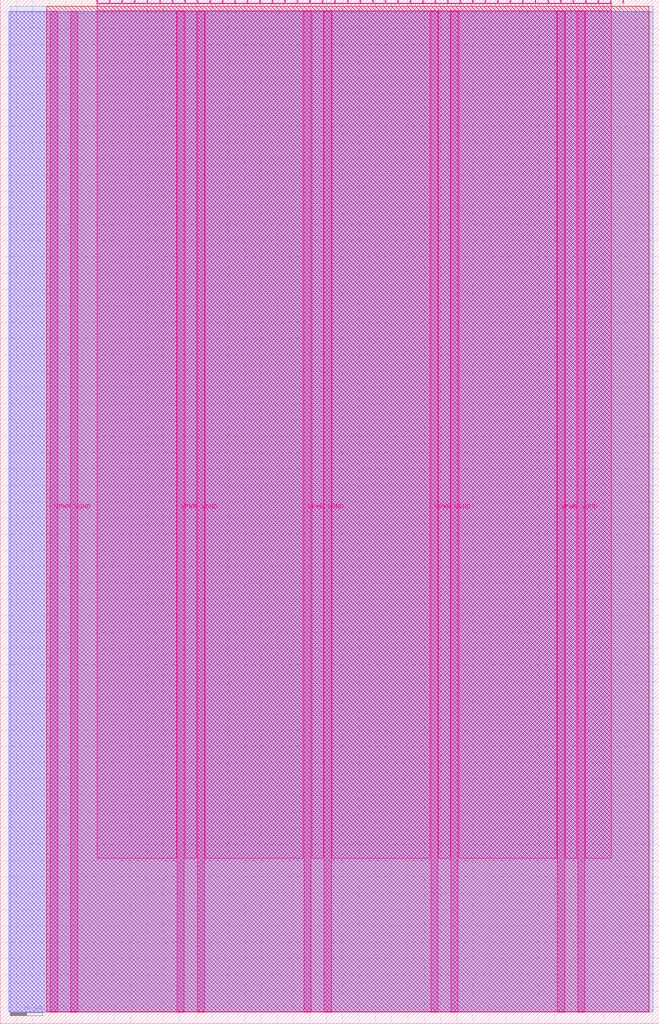
<source format=lef>
VERSION 5.7 ;
  NOWIREEXTENSIONATPIN ON ;
  DIVIDERCHAR "/" ;
  BUSBITCHARS "[]" ;
MACRO tt_um_algofoogle_fun_vga_clock
  CLASS BLOCK ;
  FOREIGN tt_um_algofoogle_fun_vga_clock ;
  ORIGIN 0.000 0.000 ;
  SIZE 202.080 BY 313.740 ;
  PIN VGND
    DIRECTION INOUT ;
    USE GROUND ;
    PORT
      LAYER Metal5 ;
        RECT 21.580 3.560 23.780 310.180 ;
    END
    PORT
      LAYER Metal5 ;
        RECT 60.450 3.560 62.650 310.180 ;
    END
    PORT
      LAYER Metal5 ;
        RECT 99.320 3.560 101.520 310.180 ;
    END
    PORT
      LAYER Metal5 ;
        RECT 138.190 3.560 140.390 310.180 ;
    END
    PORT
      LAYER Metal5 ;
        RECT 177.060 3.560 179.260 310.180 ;
    END
  END VGND
  PIN VPWR
    DIRECTION INOUT ;
    USE POWER ;
    PORT
      LAYER Metal5 ;
        RECT 15.380 3.560 17.580 310.180 ;
    END
    PORT
      LAYER Metal5 ;
        RECT 54.250 3.560 56.450 310.180 ;
    END
    PORT
      LAYER Metal5 ;
        RECT 93.120 3.560 95.320 310.180 ;
    END
    PORT
      LAYER Metal5 ;
        RECT 131.990 3.560 134.190 310.180 ;
    END
    PORT
      LAYER Metal5 ;
        RECT 170.860 3.560 173.060 310.180 ;
    END
  END VPWR
  PIN clk
    DIRECTION INPUT ;
    USE SIGNAL ;
    ANTENNAGATEAREA 1.430000 ;
    ANTENNADIFFAREA 4.030800 ;
    PORT
      LAYER Metal5 ;
        RECT 187.050 312.740 187.350 313.740 ;
    END
  END clk
  PIN ena
    DIRECTION INPUT ;
    USE SIGNAL ;
    PORT
      LAYER Metal5 ;
        RECT 190.890 312.740 191.190 313.740 ;
    END
  END ena
  PIN rst_n
    DIRECTION INPUT ;
    USE SIGNAL ;
    ANTENNAGATEAREA 2.646800 ;
    ANTENNADIFFAREA 8.061600 ;
    PORT
      LAYER Metal5 ;
        RECT 183.210 312.740 183.510 313.740 ;
    END
  END rst_n
  PIN ui_in[0]
    DIRECTION INPUT ;
    USE SIGNAL ;
    ANTENNAGATEAREA 0.213200 ;
    PORT
      LAYER Metal5 ;
        RECT 179.370 312.740 179.670 313.740 ;
    END
  END ui_in[0]
  PIN ui_in[1]
    DIRECTION INPUT ;
    USE SIGNAL ;
    ANTENNAGATEAREA 0.180700 ;
    PORT
      LAYER Metal5 ;
        RECT 175.530 312.740 175.830 313.740 ;
    END
  END ui_in[1]
  PIN ui_in[2]
    DIRECTION INPUT ;
    USE SIGNAL ;
    ANTENNAGATEAREA 0.180700 ;
    PORT
      LAYER Metal5 ;
        RECT 171.690 312.740 171.990 313.740 ;
    END
  END ui_in[2]
  PIN ui_in[3]
    DIRECTION INPUT ;
    USE SIGNAL ;
    ANTENNAGATEAREA 0.213200 ;
    PORT
      LAYER Metal5 ;
        RECT 167.850 312.740 168.150 313.740 ;
    END
  END ui_in[3]
  PIN ui_in[4]
    DIRECTION INPUT ;
    USE SIGNAL ;
    ANTENNAGATEAREA 0.213200 ;
    PORT
      LAYER Metal5 ;
        RECT 164.010 312.740 164.310 313.740 ;
    END
  END ui_in[4]
  PIN ui_in[5]
    DIRECTION INPUT ;
    USE SIGNAL ;
    PORT
      LAYER Metal5 ;
        RECT 160.170 312.740 160.470 313.740 ;
    END
  END ui_in[5]
  PIN ui_in[6]
    DIRECTION INPUT ;
    USE SIGNAL ;
    PORT
      LAYER Metal5 ;
        RECT 156.330 312.740 156.630 313.740 ;
    END
  END ui_in[6]
  PIN ui_in[7]
    DIRECTION INPUT ;
    USE SIGNAL ;
    ANTENNAGATEAREA 0.314600 ;
    PORT
      LAYER Metal5 ;
        RECT 152.490 312.740 152.790 313.740 ;
    END
  END ui_in[7]
  PIN uio_in[0]
    DIRECTION INPUT ;
    USE SIGNAL ;
    PORT
      LAYER Metal5 ;
        RECT 148.650 312.740 148.950 313.740 ;
    END
  END uio_in[0]
  PIN uio_in[1]
    DIRECTION INPUT ;
    USE SIGNAL ;
    PORT
      LAYER Metal5 ;
        RECT 144.810 312.740 145.110 313.740 ;
    END
  END uio_in[1]
  PIN uio_in[2]
    DIRECTION INPUT ;
    USE SIGNAL ;
    PORT
      LAYER Metal5 ;
        RECT 140.970 312.740 141.270 313.740 ;
    END
  END uio_in[2]
  PIN uio_in[3]
    DIRECTION INPUT ;
    USE SIGNAL ;
    PORT
      LAYER Metal5 ;
        RECT 137.130 312.740 137.430 313.740 ;
    END
  END uio_in[3]
  PIN uio_in[4]
    DIRECTION INPUT ;
    USE SIGNAL ;
    PORT
      LAYER Metal5 ;
        RECT 133.290 312.740 133.590 313.740 ;
    END
  END uio_in[4]
  PIN uio_in[5]
    DIRECTION INPUT ;
    USE SIGNAL ;
    PORT
      LAYER Metal5 ;
        RECT 129.450 312.740 129.750 313.740 ;
    END
  END uio_in[5]
  PIN uio_in[6]
    DIRECTION INPUT ;
    USE SIGNAL ;
    PORT
      LAYER Metal5 ;
        RECT 125.610 312.740 125.910 313.740 ;
    END
  END uio_in[6]
  PIN uio_in[7]
    DIRECTION INPUT ;
    USE SIGNAL ;
    PORT
      LAYER Metal5 ;
        RECT 121.770 312.740 122.070 313.740 ;
    END
  END uio_in[7]
  PIN uio_oe[0]
    DIRECTION OUTPUT ;
    USE SIGNAL ;
    ANTENNADIFFAREA 0.392700 ;
    PORT
      LAYER Metal5 ;
        RECT 56.490 312.740 56.790 313.740 ;
    END
  END uio_oe[0]
  PIN uio_oe[1]
    DIRECTION OUTPUT ;
    USE SIGNAL ;
    ANTENNADIFFAREA 0.392700 ;
    PORT
      LAYER Metal5 ;
        RECT 52.650 312.740 52.950 313.740 ;
    END
  END uio_oe[1]
  PIN uio_oe[2]
    DIRECTION OUTPUT ;
    USE SIGNAL ;
    ANTENNADIFFAREA 0.392700 ;
    PORT
      LAYER Metal5 ;
        RECT 48.810 312.740 49.110 313.740 ;
    END
  END uio_oe[2]
  PIN uio_oe[3]
    DIRECTION OUTPUT ;
    USE SIGNAL ;
    ANTENNADIFFAREA 0.392700 ;
    PORT
      LAYER Metal5 ;
        RECT 44.970 312.740 45.270 313.740 ;
    END
  END uio_oe[3]
  PIN uio_oe[4]
    DIRECTION OUTPUT ;
    USE SIGNAL ;
    ANTENNADIFFAREA 0.392700 ;
    PORT
      LAYER Metal5 ;
        RECT 41.130 312.740 41.430 313.740 ;
    END
  END uio_oe[4]
  PIN uio_oe[5]
    DIRECTION OUTPUT ;
    USE SIGNAL ;
    ANTENNADIFFAREA 0.299200 ;
    PORT
      LAYER Metal5 ;
        RECT 37.290 312.740 37.590 313.740 ;
    END
  END uio_oe[5]
  PIN uio_oe[6]
    DIRECTION OUTPUT ;
    USE SIGNAL ;
    ANTENNADIFFAREA 0.299200 ;
    PORT
      LAYER Metal5 ;
        RECT 33.450 312.740 33.750 313.740 ;
    END
  END uio_oe[6]
  PIN uio_oe[7]
    DIRECTION OUTPUT ;
    USE SIGNAL ;
    ANTENNADIFFAREA 0.299200 ;
    PORT
      LAYER Metal5 ;
        RECT 29.610 312.740 29.910 313.740 ;
    END
  END uio_oe[7]
  PIN uio_out[0]
    DIRECTION OUTPUT ;
    USE SIGNAL ;
    ANTENNADIFFAREA 0.706800 ;
    PORT
      LAYER Metal5 ;
        RECT 87.210 312.740 87.510 313.740 ;
    END
  END uio_out[0]
  PIN uio_out[1]
    DIRECTION OUTPUT ;
    USE SIGNAL ;
    ANTENNADIFFAREA 0.706800 ;
    PORT
      LAYER Metal5 ;
        RECT 83.370 312.740 83.670 313.740 ;
    END
  END uio_out[1]
  PIN uio_out[2]
    DIRECTION OUTPUT ;
    USE SIGNAL ;
    ANTENNADIFFAREA 0.706800 ;
    PORT
      LAYER Metal5 ;
        RECT 79.530 312.740 79.830 313.740 ;
    END
  END uio_out[2]
  PIN uio_out[3]
    DIRECTION OUTPUT ;
    USE SIGNAL ;
    ANTENNADIFFAREA 0.706800 ;
    PORT
      LAYER Metal5 ;
        RECT 75.690 312.740 75.990 313.740 ;
    END
  END uio_out[3]
  PIN uio_out[4]
    DIRECTION OUTPUT ;
    USE SIGNAL ;
    ANTENNADIFFAREA 0.706800 ;
    PORT
      LAYER Metal5 ;
        RECT 71.850 312.740 72.150 313.740 ;
    END
  END uio_out[4]
  PIN uio_out[5]
    DIRECTION OUTPUT ;
    USE SIGNAL ;
    ANTENNADIFFAREA 0.299200 ;
    PORT
      LAYER Metal5 ;
        RECT 68.010 312.740 68.310 313.740 ;
    END
  END uio_out[5]
  PIN uio_out[6]
    DIRECTION OUTPUT ;
    USE SIGNAL ;
    ANTENNADIFFAREA 0.299200 ;
    PORT
      LAYER Metal5 ;
        RECT 64.170 312.740 64.470 313.740 ;
    END
  END uio_out[6]
  PIN uio_out[7]
    DIRECTION OUTPUT ;
    USE SIGNAL ;
    ANTENNADIFFAREA 0.299200 ;
    PORT
      LAYER Metal5 ;
        RECT 60.330 312.740 60.630 313.740 ;
    END
  END uio_out[7]
  PIN uo_out[0]
    DIRECTION OUTPUT ;
    USE SIGNAL ;
    ANTENNADIFFAREA 0.677200 ;
    PORT
      LAYER Metal5 ;
        RECT 117.930 312.740 118.230 313.740 ;
    END
  END uo_out[0]
  PIN uo_out[1]
    DIRECTION OUTPUT ;
    USE SIGNAL ;
    ANTENNADIFFAREA 1.124800 ;
    PORT
      LAYER Metal5 ;
        RECT 114.090 312.740 114.390 313.740 ;
    END
  END uo_out[1]
  PIN uo_out[2]
    DIRECTION OUTPUT ;
    USE SIGNAL ;
    ANTENNADIFFAREA 0.677200 ;
    PORT
      LAYER Metal5 ;
        RECT 110.250 312.740 110.550 313.740 ;
    END
  END uo_out[2]
  PIN uo_out[3]
    DIRECTION OUTPUT ;
    USE SIGNAL ;
    ANTENNADIFFAREA 0.988000 ;
    PORT
      LAYER Metal5 ;
        RECT 106.410 312.740 106.710 313.740 ;
    END
  END uo_out[3]
  PIN uo_out[4]
    DIRECTION OUTPUT ;
    USE SIGNAL ;
    ANTENNADIFFAREA 0.677200 ;
    PORT
      LAYER Metal5 ;
        RECT 102.570 312.740 102.870 313.740 ;
    END
  END uo_out[4]
  PIN uo_out[5]
    DIRECTION OUTPUT ;
    USE SIGNAL ;
    ANTENNADIFFAREA 0.677200 ;
    PORT
      LAYER Metal5 ;
        RECT 98.730 312.740 99.030 313.740 ;
    END
  END uo_out[5]
  PIN uo_out[6]
    DIRECTION OUTPUT ;
    USE SIGNAL ;
    ANTENNADIFFAREA 0.677200 ;
    PORT
      LAYER Metal5 ;
        RECT 94.890 312.740 95.190 313.740 ;
    END
  END uo_out[6]
  PIN uo_out[7]
    DIRECTION OUTPUT ;
    USE SIGNAL ;
    ANTENNADIFFAREA 0.988000 ;
    PORT
      LAYER Metal5 ;
        RECT 91.050 312.740 91.350 313.740 ;
    END
  END uo_out[7]
  OBS
      LAYER GatPoly ;
        RECT 2.880 3.630 199.200 310.110 ;
      LAYER Metal1 ;
        RECT 2.880 3.560 199.200 310.180 ;
      LAYER Metal2 ;
        RECT 2.605 3.680 200.305 310.060 ;
      LAYER Metal3 ;
        RECT 3.260 3.635 200.260 311.785 ;
      LAYER Metal4 ;
        RECT 14.255 3.680 198.865 311.740 ;
      LAYER Metal5 ;
        RECT 30.120 312.530 33.240 312.740 ;
        RECT 33.960 312.530 37.080 312.740 ;
        RECT 37.800 312.530 40.920 312.740 ;
        RECT 41.640 312.530 44.760 312.740 ;
        RECT 45.480 312.530 48.600 312.740 ;
        RECT 49.320 312.530 52.440 312.740 ;
        RECT 53.160 312.530 56.280 312.740 ;
        RECT 57.000 312.530 60.120 312.740 ;
        RECT 60.840 312.530 63.960 312.740 ;
        RECT 64.680 312.530 67.800 312.740 ;
        RECT 68.520 312.530 71.640 312.740 ;
        RECT 72.360 312.530 75.480 312.740 ;
        RECT 76.200 312.530 79.320 312.740 ;
        RECT 80.040 312.530 83.160 312.740 ;
        RECT 83.880 312.530 87.000 312.740 ;
        RECT 87.720 312.530 90.840 312.740 ;
        RECT 91.560 312.530 94.680 312.740 ;
        RECT 95.400 312.530 98.520 312.740 ;
        RECT 99.240 312.530 102.360 312.740 ;
        RECT 103.080 312.530 106.200 312.740 ;
        RECT 106.920 312.530 110.040 312.740 ;
        RECT 110.760 312.530 113.880 312.740 ;
        RECT 114.600 312.530 117.720 312.740 ;
        RECT 118.440 312.530 121.560 312.740 ;
        RECT 122.280 312.530 125.400 312.740 ;
        RECT 126.120 312.530 129.240 312.740 ;
        RECT 129.960 312.530 133.080 312.740 ;
        RECT 133.800 312.530 136.920 312.740 ;
        RECT 137.640 312.530 140.760 312.740 ;
        RECT 141.480 312.530 144.600 312.740 ;
        RECT 145.320 312.530 148.440 312.740 ;
        RECT 149.160 312.530 152.280 312.740 ;
        RECT 153.000 312.530 156.120 312.740 ;
        RECT 156.840 312.530 159.960 312.740 ;
        RECT 160.680 312.530 163.800 312.740 ;
        RECT 164.520 312.530 167.640 312.740 ;
        RECT 168.360 312.530 171.480 312.740 ;
        RECT 172.200 312.530 175.320 312.740 ;
        RECT 176.040 312.530 179.160 312.740 ;
        RECT 179.880 312.530 183.000 312.740 ;
        RECT 183.720 312.530 186.840 312.740 ;
        RECT 29.660 310.390 187.300 312.530 ;
        RECT 29.660 50.675 54.040 310.390 ;
        RECT 56.660 50.675 60.240 310.390 ;
        RECT 62.860 50.675 92.910 310.390 ;
        RECT 95.530 50.675 99.110 310.390 ;
        RECT 101.730 50.675 131.780 310.390 ;
        RECT 134.400 50.675 137.980 310.390 ;
        RECT 140.600 50.675 170.650 310.390 ;
        RECT 173.270 50.675 176.850 310.390 ;
        RECT 179.470 50.675 187.300 310.390 ;
  END
END tt_um_algofoogle_fun_vga_clock
END LIBRARY


</source>
